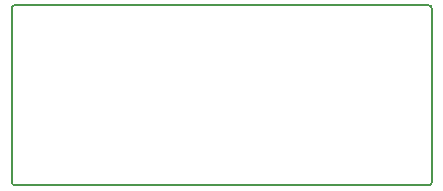
<source format=gbr>
G04 #@! TF.GenerationSoftware,KiCad,Pcbnew,5.0.0*
G04 #@! TF.CreationDate,2019-01-10T22:51:14-06:00*
G04 #@! TF.ProjectId,stlink-swd,73746C696E6B2D7377642E6B69636164,rev?*
G04 #@! TF.SameCoordinates,Original*
G04 #@! TF.FileFunction,Profile,NP*
%FSLAX46Y46*%
G04 Gerber Fmt 4.6, Leading zero omitted, Abs format (unit mm)*
G04 Created by KiCad (PCBNEW 5.0.0) date Thu Jan 10 22:51:14 2019*
%MOMM*%
%LPD*%
G01*
G04 APERTURE LIST*
%ADD10C,0.200000*%
G04 APERTURE END LIST*
D10*
X162560000Y-105156000D02*
G75*
G02X162306000Y-105410000I-254000J0D01*
G01*
X127254000Y-105410000D02*
G75*
G02X127000000Y-105156000I0J254000D01*
G01*
X127000000Y-90424000D02*
G75*
G02X127254000Y-90170000I254000J0D01*
G01*
X162306000Y-90170000D02*
G75*
G02X162560000Y-90424000I0J-254000D01*
G01*
X127000000Y-105156000D02*
X127000000Y-90424000D01*
X162306000Y-105410000D02*
X127254000Y-105410000D01*
X162560000Y-90424000D02*
X162560000Y-105156000D01*
X127254000Y-90170000D02*
X162306000Y-90170000D01*
M02*

</source>
